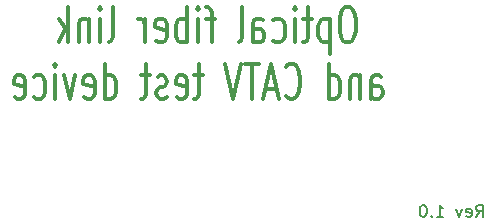
<source format=gbr>
G04 #@! TF.GenerationSoftware,KiCad,Pcbnew,(5.1.0)-1*
G04 #@! TF.CreationDate,2019-05-13T21:51:13+03:00*
G04 #@! TF.ProjectId,OF_link_CATV_tester-Aleksejsm,4f465f6c-696e-46b5-9f43-4154565f7465,rev?*
G04 #@! TF.SameCoordinates,Original*
G04 #@! TF.FileFunction,Legend,Bot*
G04 #@! TF.FilePolarity,Positive*
%FSLAX46Y46*%
G04 Gerber Fmt 4.6, Leading zero omitted, Abs format (unit mm)*
G04 Created by KiCad (PCBNEW (5.1.0)-1) date 2019-05-13 21:51:13*
%MOMM*%
%LPD*%
G04 APERTURE LIST*
%ADD10C,0.150000*%
%ADD11C,0.300000*%
G04 APERTURE END LIST*
D10*
X162980428Y-168917880D02*
X163313761Y-168441690D01*
X163551857Y-168917880D02*
X163551857Y-167917880D01*
X163170904Y-167917880D01*
X163075666Y-167965500D01*
X163028047Y-168013119D01*
X162980428Y-168108357D01*
X162980428Y-168251214D01*
X163028047Y-168346452D01*
X163075666Y-168394071D01*
X163170904Y-168441690D01*
X163551857Y-168441690D01*
X162170904Y-168870261D02*
X162266142Y-168917880D01*
X162456619Y-168917880D01*
X162551857Y-168870261D01*
X162599476Y-168775023D01*
X162599476Y-168394071D01*
X162551857Y-168298833D01*
X162456619Y-168251214D01*
X162266142Y-168251214D01*
X162170904Y-168298833D01*
X162123285Y-168394071D01*
X162123285Y-168489309D01*
X162599476Y-168584547D01*
X161789952Y-168251214D02*
X161551857Y-168917880D01*
X161313761Y-168251214D01*
X159647095Y-168917880D02*
X160218523Y-168917880D01*
X159932809Y-168917880D02*
X159932809Y-167917880D01*
X160028047Y-168060738D01*
X160123285Y-168155976D01*
X160218523Y-168203595D01*
X159218523Y-168822642D02*
X159170904Y-168870261D01*
X159218523Y-168917880D01*
X159266142Y-168870261D01*
X159218523Y-168822642D01*
X159218523Y-168917880D01*
X158551857Y-167917880D02*
X158456619Y-167917880D01*
X158361380Y-167965500D01*
X158313761Y-168013119D01*
X158266142Y-168108357D01*
X158218523Y-168298833D01*
X158218523Y-168536928D01*
X158266142Y-168727404D01*
X158313761Y-168822642D01*
X158361380Y-168870261D01*
X158456619Y-168917880D01*
X158551857Y-168917880D01*
X158647095Y-168870261D01*
X158694714Y-168822642D01*
X158742333Y-168727404D01*
X158789952Y-168536928D01*
X158789952Y-168298833D01*
X158742333Y-168108357D01*
X158694714Y-168013119D01*
X158647095Y-167965500D01*
X158551857Y-167917880D01*
D11*
X152303142Y-151151142D02*
X151922190Y-151151142D01*
X151731714Y-151294000D01*
X151541238Y-151579714D01*
X151446000Y-152151142D01*
X151446000Y-153151142D01*
X151541238Y-153722571D01*
X151731714Y-154008285D01*
X151922190Y-154151142D01*
X152303142Y-154151142D01*
X152493619Y-154008285D01*
X152684095Y-153722571D01*
X152779333Y-153151142D01*
X152779333Y-152151142D01*
X152684095Y-151579714D01*
X152493619Y-151294000D01*
X152303142Y-151151142D01*
X150588857Y-152151142D02*
X150588857Y-155151142D01*
X150588857Y-152294000D02*
X150398380Y-152151142D01*
X150017428Y-152151142D01*
X149826952Y-152294000D01*
X149731714Y-152436857D01*
X149636476Y-152722571D01*
X149636476Y-153579714D01*
X149731714Y-153865428D01*
X149826952Y-154008285D01*
X150017428Y-154151142D01*
X150398380Y-154151142D01*
X150588857Y-154008285D01*
X149065047Y-152151142D02*
X148303142Y-152151142D01*
X148779333Y-151151142D02*
X148779333Y-153722571D01*
X148684095Y-154008285D01*
X148493619Y-154151142D01*
X148303142Y-154151142D01*
X147636476Y-154151142D02*
X147636476Y-152151142D01*
X147636476Y-151151142D02*
X147731714Y-151294000D01*
X147636476Y-151436857D01*
X147541238Y-151294000D01*
X147636476Y-151151142D01*
X147636476Y-151436857D01*
X145826952Y-154008285D02*
X146017428Y-154151142D01*
X146398380Y-154151142D01*
X146588857Y-154008285D01*
X146684095Y-153865428D01*
X146779333Y-153579714D01*
X146779333Y-152722571D01*
X146684095Y-152436857D01*
X146588857Y-152294000D01*
X146398380Y-152151142D01*
X146017428Y-152151142D01*
X145826952Y-152294000D01*
X144112666Y-154151142D02*
X144112666Y-152579714D01*
X144207904Y-152294000D01*
X144398380Y-152151142D01*
X144779333Y-152151142D01*
X144969809Y-152294000D01*
X144112666Y-154008285D02*
X144303142Y-154151142D01*
X144779333Y-154151142D01*
X144969809Y-154008285D01*
X145065047Y-153722571D01*
X145065047Y-153436857D01*
X144969809Y-153151142D01*
X144779333Y-153008285D01*
X144303142Y-153008285D01*
X144112666Y-152865428D01*
X142874571Y-154151142D02*
X143065047Y-154008285D01*
X143160285Y-153722571D01*
X143160285Y-151151142D01*
X140874571Y-152151142D02*
X140112666Y-152151142D01*
X140588857Y-154151142D02*
X140588857Y-151579714D01*
X140493619Y-151294000D01*
X140303142Y-151151142D01*
X140112666Y-151151142D01*
X139446000Y-154151142D02*
X139446000Y-152151142D01*
X139446000Y-151151142D02*
X139541238Y-151294000D01*
X139446000Y-151436857D01*
X139350761Y-151294000D01*
X139446000Y-151151142D01*
X139446000Y-151436857D01*
X138493619Y-154151142D02*
X138493619Y-151151142D01*
X138493619Y-152294000D02*
X138303142Y-152151142D01*
X137922190Y-152151142D01*
X137731714Y-152294000D01*
X137636476Y-152436857D01*
X137541238Y-152722571D01*
X137541238Y-153579714D01*
X137636476Y-153865428D01*
X137731714Y-154008285D01*
X137922190Y-154151142D01*
X138303142Y-154151142D01*
X138493619Y-154008285D01*
X135922190Y-154008285D02*
X136112666Y-154151142D01*
X136493619Y-154151142D01*
X136684095Y-154008285D01*
X136779333Y-153722571D01*
X136779333Y-152579714D01*
X136684095Y-152294000D01*
X136493619Y-152151142D01*
X136112666Y-152151142D01*
X135922190Y-152294000D01*
X135826952Y-152579714D01*
X135826952Y-152865428D01*
X136779333Y-153151142D01*
X134969809Y-154151142D02*
X134969809Y-152151142D01*
X134969809Y-152722571D02*
X134874571Y-152436857D01*
X134779333Y-152294000D01*
X134588857Y-152151142D01*
X134398380Y-152151142D01*
X131922190Y-154151142D02*
X132112666Y-154008285D01*
X132207904Y-153722571D01*
X132207904Y-151151142D01*
X131160285Y-154151142D02*
X131160285Y-152151142D01*
X131160285Y-151151142D02*
X131255523Y-151294000D01*
X131160285Y-151436857D01*
X131065047Y-151294000D01*
X131160285Y-151151142D01*
X131160285Y-151436857D01*
X130207904Y-152151142D02*
X130207904Y-154151142D01*
X130207904Y-152436857D02*
X130112666Y-152294000D01*
X129922190Y-152151142D01*
X129636476Y-152151142D01*
X129446000Y-152294000D01*
X129350761Y-152579714D01*
X129350761Y-154151142D01*
X128398380Y-154151142D02*
X128398380Y-151151142D01*
X128207904Y-153008285D02*
X127636476Y-154151142D01*
X127636476Y-152151142D02*
X128398380Y-153294000D01*
X154112666Y-158951142D02*
X154112666Y-157379714D01*
X154207904Y-157094000D01*
X154398380Y-156951142D01*
X154779333Y-156951142D01*
X154969809Y-157094000D01*
X154112666Y-158808285D02*
X154303142Y-158951142D01*
X154779333Y-158951142D01*
X154969809Y-158808285D01*
X155065047Y-158522571D01*
X155065047Y-158236857D01*
X154969809Y-157951142D01*
X154779333Y-157808285D01*
X154303142Y-157808285D01*
X154112666Y-157665428D01*
X153160285Y-156951142D02*
X153160285Y-158951142D01*
X153160285Y-157236857D02*
X153065047Y-157094000D01*
X152874571Y-156951142D01*
X152588857Y-156951142D01*
X152398380Y-157094000D01*
X152303142Y-157379714D01*
X152303142Y-158951142D01*
X150493619Y-158951142D02*
X150493619Y-155951142D01*
X150493619Y-158808285D02*
X150684095Y-158951142D01*
X151065047Y-158951142D01*
X151255523Y-158808285D01*
X151350761Y-158665428D01*
X151446000Y-158379714D01*
X151446000Y-157522571D01*
X151350761Y-157236857D01*
X151255523Y-157094000D01*
X151065047Y-156951142D01*
X150684095Y-156951142D01*
X150493619Y-157094000D01*
X146874571Y-158665428D02*
X146969809Y-158808285D01*
X147255523Y-158951142D01*
X147446000Y-158951142D01*
X147731714Y-158808285D01*
X147922190Y-158522571D01*
X148017428Y-158236857D01*
X148112666Y-157665428D01*
X148112666Y-157236857D01*
X148017428Y-156665428D01*
X147922190Y-156379714D01*
X147731714Y-156094000D01*
X147446000Y-155951142D01*
X147255523Y-155951142D01*
X146969809Y-156094000D01*
X146874571Y-156236857D01*
X146112666Y-158094000D02*
X145160285Y-158094000D01*
X146303142Y-158951142D02*
X145636476Y-155951142D01*
X144969809Y-158951142D01*
X144588857Y-155951142D02*
X143446000Y-155951142D01*
X144017428Y-158951142D02*
X144017428Y-155951142D01*
X143065047Y-155951142D02*
X142398380Y-158951142D01*
X141731714Y-155951142D01*
X139826952Y-156951142D02*
X139065047Y-156951142D01*
X139541238Y-155951142D02*
X139541238Y-158522571D01*
X139446000Y-158808285D01*
X139255523Y-158951142D01*
X139065047Y-158951142D01*
X137636476Y-158808285D02*
X137826952Y-158951142D01*
X138207904Y-158951142D01*
X138398380Y-158808285D01*
X138493619Y-158522571D01*
X138493619Y-157379714D01*
X138398380Y-157094000D01*
X138207904Y-156951142D01*
X137826952Y-156951142D01*
X137636476Y-157094000D01*
X137541238Y-157379714D01*
X137541238Y-157665428D01*
X138493619Y-157951142D01*
X136779333Y-158808285D02*
X136588857Y-158951142D01*
X136207904Y-158951142D01*
X136017428Y-158808285D01*
X135922190Y-158522571D01*
X135922190Y-158379714D01*
X136017428Y-158094000D01*
X136207904Y-157951142D01*
X136493619Y-157951142D01*
X136684095Y-157808285D01*
X136779333Y-157522571D01*
X136779333Y-157379714D01*
X136684095Y-157094000D01*
X136493619Y-156951142D01*
X136207904Y-156951142D01*
X136017428Y-157094000D01*
X135350761Y-156951142D02*
X134588857Y-156951142D01*
X135065047Y-155951142D02*
X135065047Y-158522571D01*
X134969809Y-158808285D01*
X134779333Y-158951142D01*
X134588857Y-158951142D01*
X131541238Y-158951142D02*
X131541238Y-155951142D01*
X131541238Y-158808285D02*
X131731714Y-158951142D01*
X132112666Y-158951142D01*
X132303142Y-158808285D01*
X132398380Y-158665428D01*
X132493619Y-158379714D01*
X132493619Y-157522571D01*
X132398380Y-157236857D01*
X132303142Y-157094000D01*
X132112666Y-156951142D01*
X131731714Y-156951142D01*
X131541238Y-157094000D01*
X129826952Y-158808285D02*
X130017428Y-158951142D01*
X130398380Y-158951142D01*
X130588857Y-158808285D01*
X130684095Y-158522571D01*
X130684095Y-157379714D01*
X130588857Y-157094000D01*
X130398380Y-156951142D01*
X130017428Y-156951142D01*
X129826952Y-157094000D01*
X129731714Y-157379714D01*
X129731714Y-157665428D01*
X130684095Y-157951142D01*
X129065047Y-156951142D02*
X128588857Y-158951142D01*
X128112666Y-156951142D01*
X127350761Y-158951142D02*
X127350761Y-156951142D01*
X127350761Y-155951142D02*
X127446000Y-156094000D01*
X127350761Y-156236857D01*
X127255523Y-156094000D01*
X127350761Y-155951142D01*
X127350761Y-156236857D01*
X125541238Y-158808285D02*
X125731714Y-158951142D01*
X126112666Y-158951142D01*
X126303142Y-158808285D01*
X126398380Y-158665428D01*
X126493619Y-158379714D01*
X126493619Y-157522571D01*
X126398380Y-157236857D01*
X126303142Y-157094000D01*
X126112666Y-156951142D01*
X125731714Y-156951142D01*
X125541238Y-157094000D01*
X123922190Y-158808285D02*
X124112666Y-158951142D01*
X124493619Y-158951142D01*
X124684095Y-158808285D01*
X124779333Y-158522571D01*
X124779333Y-157379714D01*
X124684095Y-157094000D01*
X124493619Y-156951142D01*
X124112666Y-156951142D01*
X123922190Y-157094000D01*
X123826952Y-157379714D01*
X123826952Y-157665428D01*
X124779333Y-157951142D01*
M02*

</source>
